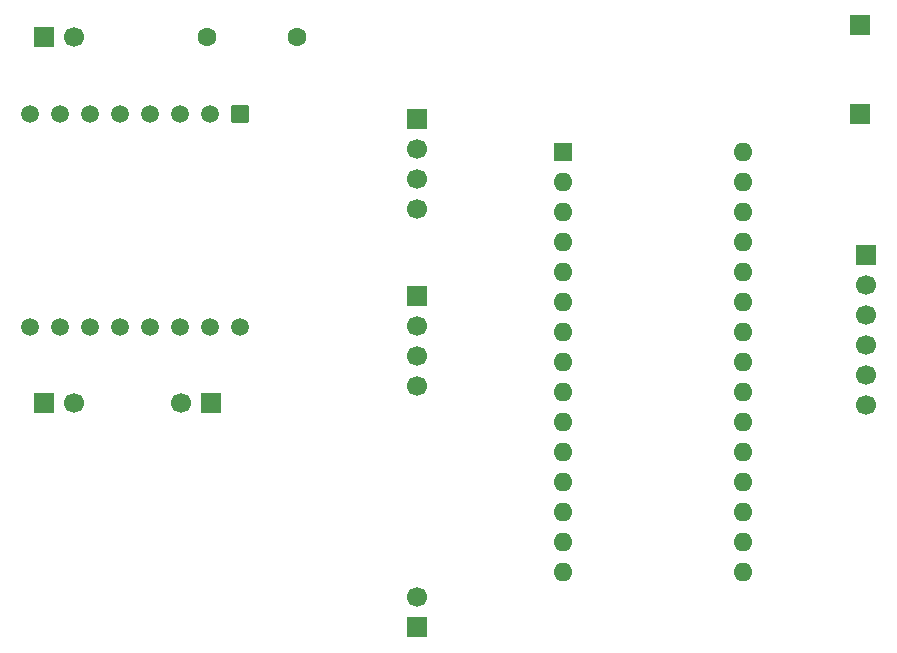
<source format=gbr>
%TF.GenerationSoftware,KiCad,Pcbnew,9.0.5*%
%TF.CreationDate,2026-02-14T18:46:13+01:00*%
%TF.ProjectId,DriveAssist_Kicad,44726976-6541-4737-9369-73745f4b6963,1.0*%
%TF.SameCoordinates,Original*%
%TF.FileFunction,Soldermask,Bot*%
%TF.FilePolarity,Negative*%
%FSLAX46Y46*%
G04 Gerber Fmt 4.6, Leading zero omitted, Abs format (unit mm)*
G04 Created by KiCad (PCBNEW 9.0.5) date 2026-02-14 18:46:13*
%MOMM*%
%LPD*%
G01*
G04 APERTURE LIST*
G04 Aperture macros list*
%AMRoundRect*
0 Rectangle with rounded corners*
0 $1 Rounding radius*
0 $2 $3 $4 $5 $6 $7 $8 $9 X,Y pos of 4 corners*
0 Add a 4 corners polygon primitive as box body*
4,1,4,$2,$3,$4,$5,$6,$7,$8,$9,$2,$3,0*
0 Add four circle primitives for the rounded corners*
1,1,$1+$1,$2,$3*
1,1,$1+$1,$4,$5*
1,1,$1+$1,$6,$7*
1,1,$1+$1,$8,$9*
0 Add four rect primitives between the rounded corners*
20,1,$1+$1,$2,$3,$4,$5,0*
20,1,$1+$1,$4,$5,$6,$7,0*
20,1,$1+$1,$6,$7,$8,$9,0*
20,1,$1+$1,$8,$9,$2,$3,0*%
G04 Aperture macros list end*
%ADD10R,1.700000X1.700000*%
%ADD11C,1.700000*%
%ADD12R,1.600000X1.600000*%
%ADD13O,1.600000X1.600000*%
%ADD14RoundRect,0.102000X-0.654000X0.654000X-0.654000X-0.654000X0.654000X-0.654000X0.654000X0.654000X0*%
%ADD15C,1.512000*%
%ADD16C,1.600000*%
G04 APERTURE END LIST*
D10*
%TO.C,J2*%
X147000000Y-80920000D03*
D11*
X147000000Y-83460000D03*
X147000000Y-86000000D03*
X147000000Y-88540000D03*
%TD*%
D12*
%TO.C,A1*%
X159400000Y-83770000D03*
D13*
X159400000Y-86310000D03*
X159400000Y-88850000D03*
X159400000Y-91390000D03*
X159400000Y-93930000D03*
X159400000Y-96470000D03*
X159400000Y-99010000D03*
X159400000Y-101550000D03*
X159400000Y-104090000D03*
X159400000Y-106630000D03*
X159400000Y-109170000D03*
X159400000Y-111710000D03*
X159400000Y-114250000D03*
X159400000Y-116790000D03*
X159400000Y-119330000D03*
X174640000Y-119330000D03*
X174640000Y-116790000D03*
X174640000Y-114250000D03*
X174640000Y-111710000D03*
X174640000Y-109170000D03*
X174640000Y-106630000D03*
X174640000Y-104090000D03*
X174640000Y-101550000D03*
X174640000Y-99010000D03*
X174640000Y-96470000D03*
X174640000Y-93930000D03*
X174640000Y-91390000D03*
X174640000Y-88850000D03*
X174640000Y-86310000D03*
X174640000Y-83770000D03*
%TD*%
D10*
%TO.C,J9*%
X184500000Y-80500000D03*
%TD*%
%TO.C,J1*%
X185000000Y-92460000D03*
D11*
X185000000Y-95000000D03*
X185000000Y-97540000D03*
X185000000Y-100080000D03*
X185000000Y-102620000D03*
X185000000Y-105160000D03*
%TD*%
D10*
%TO.C,J8*%
X184500000Y-73000000D03*
%TD*%
%TO.C,J3*%
X115460000Y-74000000D03*
D11*
X118000000Y-74000000D03*
%TD*%
D14*
%TO.C,U1*%
X132048000Y-80503000D03*
D15*
X129508000Y-80503000D03*
X126968000Y-80503000D03*
X124428000Y-80503000D03*
X121888000Y-80503000D03*
X119348000Y-80503000D03*
X116808000Y-80503000D03*
X114268000Y-80503000D03*
X114268000Y-98537000D03*
X116808000Y-98537000D03*
X119348000Y-98537000D03*
X121888000Y-98537000D03*
X124428000Y-98537000D03*
X126968000Y-98537000D03*
X129508000Y-98537000D03*
X132048000Y-98537000D03*
%TD*%
D16*
%TO.C,R1*%
X136810000Y-74000000D03*
X129190000Y-74000000D03*
%TD*%
D10*
%TO.C,J6*%
X147000000Y-95960000D03*
D11*
X147000000Y-98500000D03*
X147000000Y-101040000D03*
X147000000Y-103580000D03*
%TD*%
D10*
%TO.C,J7*%
X147000000Y-124000000D03*
D11*
X147000000Y-121460000D03*
%TD*%
D10*
%TO.C,J5*%
X129540000Y-105000000D03*
D11*
X127000000Y-105000000D03*
%TD*%
D10*
%TO.C,J4*%
X115460000Y-105000000D03*
D11*
X118000000Y-105000000D03*
%TD*%
M02*

</source>
